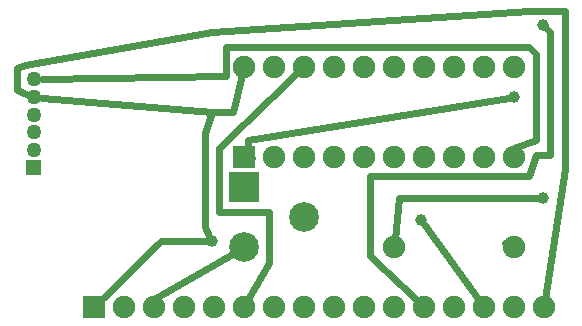
<source format=gtl>
G04 MADE WITH FRITZING*
G04 WWW.FRITZING.ORG*
G04 DOUBLE SIDED*
G04 HOLES PLATED*
G04 CONTOUR ON CENTER OF CONTOUR VECTOR*
%ASAXBY*%
%FSLAX23Y23*%
%MOIN*%
%OFA0B0*%
%SFA1.0B1.0*%
%ADD10C,0.075000*%
%ADD11C,0.099000*%
%ADD12C,0.050000*%
%ADD13C,0.039370*%
%ADD14R,0.075000X0.075000*%
%ADD15R,0.099000X0.099000*%
%ADD16C,0.024000*%
%ADD17R,0.001000X0.001000*%
%LNCOPPER1*%
G90*
G70*
G54D10*
X802Y578D03*
X802Y878D03*
X902Y578D03*
X902Y878D03*
X1002Y578D03*
X1002Y878D03*
X1102Y578D03*
X1102Y878D03*
X1202Y578D03*
X1202Y878D03*
X1302Y578D03*
X1302Y878D03*
X1402Y578D03*
X1402Y878D03*
X1502Y578D03*
X1502Y878D03*
X1602Y578D03*
X1602Y878D03*
X1702Y578D03*
X1702Y878D03*
X1702Y278D03*
X1302Y278D03*
G54D11*
X802Y278D03*
X802Y478D03*
X1002Y378D03*
G54D12*
X102Y542D03*
X102Y601D03*
X102Y660D03*
X102Y719D03*
X102Y778D03*
X102Y837D03*
X102Y542D03*
X102Y601D03*
X102Y660D03*
X102Y719D03*
X102Y778D03*
X102Y837D03*
G54D10*
X302Y78D03*
X402Y78D03*
X502Y78D03*
X602Y78D03*
X702Y78D03*
X802Y78D03*
X902Y78D03*
X1002Y78D03*
X1102Y78D03*
X1202Y78D03*
X1302Y78D03*
X1402Y78D03*
X1502Y78D03*
X1602Y78D03*
X1702Y78D03*
X1802Y78D03*
G54D13*
X1392Y369D03*
X1800Y1017D03*
X696Y297D03*
X1800Y441D03*
X1704Y777D03*
G54D14*
X802Y578D03*
G54D15*
X802Y478D03*
G54D14*
X302Y78D03*
G54D16*
X817Y577D02*
X831Y576D01*
D02*
X1676Y289D02*
X1673Y290D01*
D02*
X775Y262D02*
X504Y105D01*
D02*
X504Y105D02*
X504Y106D01*
D02*
X981Y858D02*
X720Y609D01*
D02*
X720Y609D02*
X720Y393D01*
D02*
X720Y393D02*
X888Y393D01*
D02*
X888Y393D02*
X888Y225D01*
D02*
X888Y225D02*
X817Y103D01*
D02*
X129Y837D02*
X744Y849D01*
D02*
X744Y849D02*
X744Y945D01*
D02*
X744Y945D02*
X1752Y945D01*
D02*
X1752Y945D02*
X1776Y921D01*
D02*
X1776Y921D02*
X1776Y633D01*
D02*
X1776Y633D02*
X1704Y609D01*
D02*
X1704Y609D02*
X1704Y606D01*
D02*
X1813Y1004D02*
X1824Y993D01*
D02*
X1824Y993D02*
X1824Y585D01*
D02*
X1824Y585D02*
X1776Y585D01*
D02*
X1776Y585D02*
X1752Y513D01*
D02*
X1752Y513D02*
X1224Y513D01*
D02*
X1224Y513D02*
X1224Y249D01*
D02*
X1224Y249D02*
X1382Y98D01*
D02*
X813Y604D02*
X816Y609D01*
D02*
X816Y609D02*
X816Y633D01*
D02*
X816Y633D02*
X1685Y774D01*
D02*
X1305Y306D02*
X1320Y441D01*
D02*
X1320Y441D02*
X1781Y441D01*
D02*
X1585Y101D02*
X1403Y354D01*
D02*
X323Y98D02*
X528Y297D01*
D02*
X528Y297D02*
X677Y297D01*
D02*
X796Y850D02*
X768Y729D01*
D02*
X768Y729D02*
X696Y729D01*
D02*
X696Y729D02*
X672Y657D01*
D02*
X672Y657D02*
X672Y345D01*
D02*
X672Y345D02*
X687Y314D01*
D02*
X129Y776D02*
X696Y729D01*
D02*
X1806Y106D02*
X1872Y537D01*
D02*
X1872Y537D02*
X1872Y1065D01*
D02*
X1872Y1065D02*
X1752Y1065D01*
D02*
X1752Y1065D02*
X696Y993D01*
D02*
X696Y993D02*
X72Y885D01*
D02*
X72Y885D02*
X48Y873D01*
D02*
X48Y873D02*
X48Y801D01*
D02*
X48Y801D02*
X78Y788D01*
G54D17*
X77Y567D02*
X126Y567D01*
X77Y566D02*
X126Y566D01*
X77Y565D02*
X126Y565D01*
X77Y564D02*
X126Y564D01*
X77Y563D02*
X126Y563D01*
X77Y562D02*
X126Y562D01*
X77Y561D02*
X126Y561D01*
X77Y560D02*
X126Y560D01*
X77Y559D02*
X126Y559D01*
X77Y558D02*
X97Y558D01*
X106Y558D02*
X126Y558D01*
X77Y557D02*
X95Y557D01*
X109Y557D02*
X126Y557D01*
X77Y556D02*
X93Y556D01*
X111Y556D02*
X126Y556D01*
X77Y555D02*
X91Y555D01*
X112Y555D02*
X126Y555D01*
X77Y554D02*
X90Y554D01*
X113Y554D02*
X126Y554D01*
X77Y553D02*
X89Y553D01*
X114Y553D02*
X126Y553D01*
X77Y552D02*
X88Y552D01*
X115Y552D02*
X126Y552D01*
X77Y551D02*
X88Y551D01*
X116Y551D02*
X126Y551D01*
X77Y550D02*
X87Y550D01*
X116Y550D02*
X126Y550D01*
X77Y549D02*
X87Y549D01*
X117Y549D02*
X126Y549D01*
X77Y548D02*
X86Y548D01*
X117Y548D02*
X126Y548D01*
X77Y547D02*
X86Y547D01*
X117Y547D02*
X126Y547D01*
X77Y546D02*
X86Y546D01*
X118Y546D02*
X126Y546D01*
X77Y545D02*
X86Y545D01*
X118Y545D02*
X126Y545D01*
X77Y544D02*
X86Y544D01*
X118Y544D02*
X126Y544D01*
X77Y543D02*
X85Y543D01*
X118Y543D02*
X126Y543D01*
X77Y542D02*
X85Y542D01*
X118Y542D02*
X126Y542D01*
X77Y541D02*
X86Y541D01*
X118Y541D02*
X126Y541D01*
X77Y540D02*
X86Y540D01*
X118Y540D02*
X126Y540D01*
X77Y539D02*
X86Y539D01*
X117Y539D02*
X126Y539D01*
X77Y538D02*
X86Y538D01*
X117Y538D02*
X126Y538D01*
X77Y537D02*
X87Y537D01*
X117Y537D02*
X126Y537D01*
X77Y536D02*
X87Y536D01*
X116Y536D02*
X126Y536D01*
X77Y535D02*
X88Y535D01*
X116Y535D02*
X126Y535D01*
X77Y534D02*
X88Y534D01*
X115Y534D02*
X126Y534D01*
X77Y533D02*
X89Y533D01*
X114Y533D02*
X126Y533D01*
X77Y532D02*
X90Y532D01*
X114Y532D02*
X126Y532D01*
X77Y531D02*
X91Y531D01*
X112Y531D02*
X126Y531D01*
X77Y530D02*
X92Y530D01*
X111Y530D02*
X126Y530D01*
X77Y529D02*
X94Y529D01*
X110Y529D02*
X126Y529D01*
X77Y528D02*
X96Y528D01*
X107Y528D02*
X126Y528D01*
X77Y527D02*
X126Y527D01*
X77Y526D02*
X126Y526D01*
X77Y525D02*
X126Y525D01*
X77Y524D02*
X126Y524D01*
X77Y523D02*
X126Y523D01*
X77Y522D02*
X126Y522D01*
X77Y521D02*
X126Y521D01*
X77Y520D02*
X126Y520D01*
X77Y519D02*
X126Y519D01*
X77Y518D02*
X126Y518D01*
D02*
G04 End of Copper1*
M02*
</source>
